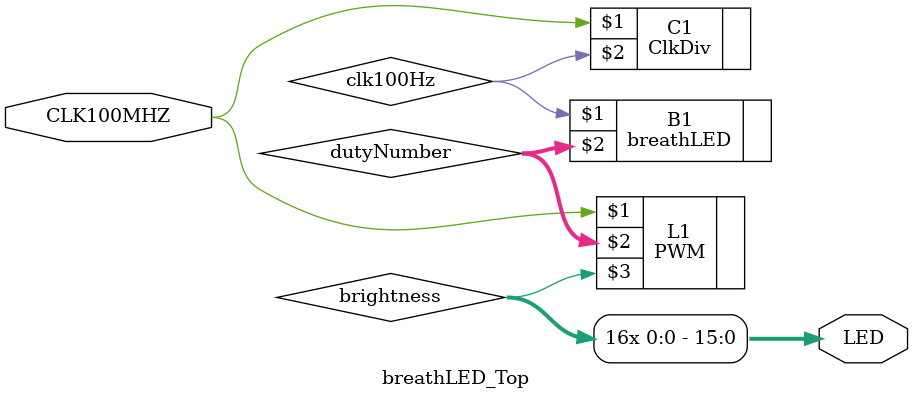
<source format=sv>
module breathLED_Top(
    input  logic CLK100MHZ,
    output logic [15:0] LED  );

    logic [7:0] dutyNumber; // 0~255
    logic clk100Hz, brightness;
    
    ClkDiv C1(CLK100MHZ, clk100Hz);
    
    breathLED B1(clk100Hz, dutyNumber);  
    
    PWM L1(CLK100MHZ, dutyNumber, brightness); 
    
    assign LED[15:0] = {16{brightness}};
endmodule
</source>
